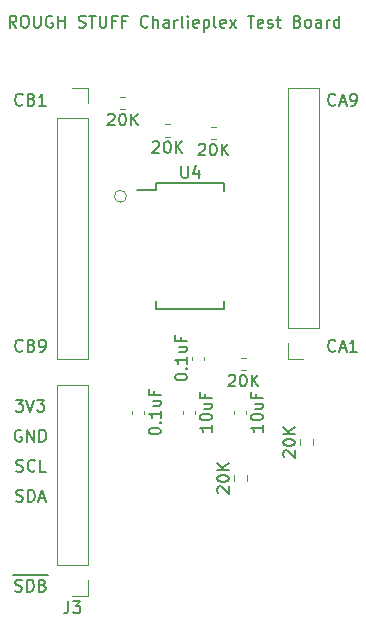
<source format=gbr>
G04 #@! TF.GenerationSoftware,KiCad,Pcbnew,(5.1.12-1-10_14)*
G04 #@! TF.CreationDate,2021-12-17T21:30:25-05:00*
G04 #@! TF.ProjectId,charlieplexboard,63686172-6c69-4657-906c-6578626f6172,rev?*
G04 #@! TF.SameCoordinates,Original*
G04 #@! TF.FileFunction,Legend,Top*
G04 #@! TF.FilePolarity,Positive*
%FSLAX46Y46*%
G04 Gerber Fmt 4.6, Leading zero omitted, Abs format (unit mm)*
G04 Created by KiCad (PCBNEW (5.1.12-1-10_14)) date 2021-12-17 21:30:25*
%MOMM*%
%LPD*%
G01*
G04 APERTURE LIST*
%ADD10C,0.120000*%
%ADD11C,0.150000*%
G04 APERTURE END LIST*
D10*
X157788000Y-92876000D02*
G75*
G03*
X157788000Y-92876000I-508000J0D01*
G01*
D11*
X175480761Y-105933142D02*
X175433142Y-105980761D01*
X175290285Y-106028380D01*
X175195047Y-106028380D01*
X175052190Y-105980761D01*
X174956952Y-105885523D01*
X174909333Y-105790285D01*
X174861714Y-105599809D01*
X174861714Y-105456952D01*
X174909333Y-105266476D01*
X174956952Y-105171238D01*
X175052190Y-105076000D01*
X175195047Y-105028380D01*
X175290285Y-105028380D01*
X175433142Y-105076000D01*
X175480761Y-105123619D01*
X175861714Y-105742666D02*
X176337904Y-105742666D01*
X175766476Y-106028380D02*
X176099809Y-105028380D01*
X176433142Y-106028380D01*
X177290285Y-106028380D02*
X176718857Y-106028380D01*
X177004571Y-106028380D02*
X177004571Y-105028380D01*
X176909333Y-105171238D01*
X176814095Y-105266476D01*
X176718857Y-105314095D01*
X175480761Y-85105142D02*
X175433142Y-85152761D01*
X175290285Y-85200380D01*
X175195047Y-85200380D01*
X175052190Y-85152761D01*
X174956952Y-85057523D01*
X174909333Y-84962285D01*
X174861714Y-84771809D01*
X174861714Y-84628952D01*
X174909333Y-84438476D01*
X174956952Y-84343238D01*
X175052190Y-84248000D01*
X175195047Y-84200380D01*
X175290285Y-84200380D01*
X175433142Y-84248000D01*
X175480761Y-84295619D01*
X175861714Y-84914666D02*
X176337904Y-84914666D01*
X175766476Y-85200380D02*
X176099809Y-84200380D01*
X176433142Y-85200380D01*
X176814095Y-85200380D02*
X177004571Y-85200380D01*
X177099809Y-85152761D01*
X177147428Y-85105142D01*
X177242666Y-84962285D01*
X177290285Y-84771809D01*
X177290285Y-84390857D01*
X177242666Y-84295619D01*
X177195047Y-84248000D01*
X177099809Y-84200380D01*
X176909333Y-84200380D01*
X176814095Y-84248000D01*
X176766476Y-84295619D01*
X176718857Y-84390857D01*
X176718857Y-84628952D01*
X176766476Y-84724190D01*
X176814095Y-84771809D01*
X176909333Y-84819428D01*
X177099809Y-84819428D01*
X177195047Y-84771809D01*
X177242666Y-84724190D01*
X177290285Y-84628952D01*
X148993333Y-105933142D02*
X148945714Y-105980761D01*
X148802857Y-106028380D01*
X148707619Y-106028380D01*
X148564761Y-105980761D01*
X148469523Y-105885523D01*
X148421904Y-105790285D01*
X148374285Y-105599809D01*
X148374285Y-105456952D01*
X148421904Y-105266476D01*
X148469523Y-105171238D01*
X148564761Y-105076000D01*
X148707619Y-105028380D01*
X148802857Y-105028380D01*
X148945714Y-105076000D01*
X148993333Y-105123619D01*
X149755238Y-105504571D02*
X149898095Y-105552190D01*
X149945714Y-105599809D01*
X149993333Y-105695047D01*
X149993333Y-105837904D01*
X149945714Y-105933142D01*
X149898095Y-105980761D01*
X149802857Y-106028380D01*
X149421904Y-106028380D01*
X149421904Y-105028380D01*
X149755238Y-105028380D01*
X149850476Y-105076000D01*
X149898095Y-105123619D01*
X149945714Y-105218857D01*
X149945714Y-105314095D01*
X149898095Y-105409333D01*
X149850476Y-105456952D01*
X149755238Y-105504571D01*
X149421904Y-105504571D01*
X150469523Y-106028380D02*
X150660000Y-106028380D01*
X150755238Y-105980761D01*
X150802857Y-105933142D01*
X150898095Y-105790285D01*
X150945714Y-105599809D01*
X150945714Y-105218857D01*
X150898095Y-105123619D01*
X150850476Y-105076000D01*
X150755238Y-105028380D01*
X150564761Y-105028380D01*
X150469523Y-105076000D01*
X150421904Y-105123619D01*
X150374285Y-105218857D01*
X150374285Y-105456952D01*
X150421904Y-105552190D01*
X150469523Y-105599809D01*
X150564761Y-105647428D01*
X150755238Y-105647428D01*
X150850476Y-105599809D01*
X150898095Y-105552190D01*
X150945714Y-105456952D01*
X148993333Y-85105142D02*
X148945714Y-85152761D01*
X148802857Y-85200380D01*
X148707619Y-85200380D01*
X148564761Y-85152761D01*
X148469523Y-85057523D01*
X148421904Y-84962285D01*
X148374285Y-84771809D01*
X148374285Y-84628952D01*
X148421904Y-84438476D01*
X148469523Y-84343238D01*
X148564761Y-84248000D01*
X148707619Y-84200380D01*
X148802857Y-84200380D01*
X148945714Y-84248000D01*
X148993333Y-84295619D01*
X149755238Y-84676571D02*
X149898095Y-84724190D01*
X149945714Y-84771809D01*
X149993333Y-84867047D01*
X149993333Y-85009904D01*
X149945714Y-85105142D01*
X149898095Y-85152761D01*
X149802857Y-85200380D01*
X149421904Y-85200380D01*
X149421904Y-84200380D01*
X149755238Y-84200380D01*
X149850476Y-84248000D01*
X149898095Y-84295619D01*
X149945714Y-84390857D01*
X149945714Y-84486095D01*
X149898095Y-84581333D01*
X149850476Y-84628952D01*
X149755238Y-84676571D01*
X149421904Y-84676571D01*
X150945714Y-85200380D02*
X150374285Y-85200380D01*
X150660000Y-85200380D02*
X150660000Y-84200380D01*
X150564761Y-84343238D01*
X150469523Y-84438476D01*
X150374285Y-84486095D01*
X148183809Y-124981000D02*
X149136190Y-124981000D01*
X148374285Y-126300761D02*
X148517142Y-126348380D01*
X148755238Y-126348380D01*
X148850476Y-126300761D01*
X148898095Y-126253142D01*
X148945714Y-126157904D01*
X148945714Y-126062666D01*
X148898095Y-125967428D01*
X148850476Y-125919809D01*
X148755238Y-125872190D01*
X148564761Y-125824571D01*
X148469523Y-125776952D01*
X148421904Y-125729333D01*
X148374285Y-125634095D01*
X148374285Y-125538857D01*
X148421904Y-125443619D01*
X148469523Y-125396000D01*
X148564761Y-125348380D01*
X148802857Y-125348380D01*
X148945714Y-125396000D01*
X149136190Y-124981000D02*
X150136190Y-124981000D01*
X149374285Y-126348380D02*
X149374285Y-125348380D01*
X149612380Y-125348380D01*
X149755238Y-125396000D01*
X149850476Y-125491238D01*
X149898095Y-125586476D01*
X149945714Y-125776952D01*
X149945714Y-125919809D01*
X149898095Y-126110285D01*
X149850476Y-126205523D01*
X149755238Y-126300761D01*
X149612380Y-126348380D01*
X149374285Y-126348380D01*
X150136190Y-124981000D02*
X151136190Y-124981000D01*
X150707619Y-125824571D02*
X150850476Y-125872190D01*
X150898095Y-125919809D01*
X150945714Y-126015047D01*
X150945714Y-126157904D01*
X150898095Y-126253142D01*
X150850476Y-126300761D01*
X150755238Y-126348380D01*
X150374285Y-126348380D01*
X150374285Y-125348380D01*
X150707619Y-125348380D01*
X150802857Y-125396000D01*
X150850476Y-125443619D01*
X150898095Y-125538857D01*
X150898095Y-125634095D01*
X150850476Y-125729333D01*
X150802857Y-125776952D01*
X150707619Y-125824571D01*
X150374285Y-125824571D01*
X148445714Y-118680761D02*
X148588571Y-118728380D01*
X148826666Y-118728380D01*
X148921904Y-118680761D01*
X148969523Y-118633142D01*
X149017142Y-118537904D01*
X149017142Y-118442666D01*
X148969523Y-118347428D01*
X148921904Y-118299809D01*
X148826666Y-118252190D01*
X148636190Y-118204571D01*
X148540952Y-118156952D01*
X148493333Y-118109333D01*
X148445714Y-118014095D01*
X148445714Y-117918857D01*
X148493333Y-117823619D01*
X148540952Y-117776000D01*
X148636190Y-117728380D01*
X148874285Y-117728380D01*
X149017142Y-117776000D01*
X149445714Y-118728380D02*
X149445714Y-117728380D01*
X149683809Y-117728380D01*
X149826666Y-117776000D01*
X149921904Y-117871238D01*
X149969523Y-117966476D01*
X150017142Y-118156952D01*
X150017142Y-118299809D01*
X149969523Y-118490285D01*
X149921904Y-118585523D01*
X149826666Y-118680761D01*
X149683809Y-118728380D01*
X149445714Y-118728380D01*
X150398095Y-118442666D02*
X150874285Y-118442666D01*
X150302857Y-118728380D02*
X150636190Y-117728380D01*
X150969523Y-118728380D01*
X148469523Y-116140761D02*
X148612380Y-116188380D01*
X148850476Y-116188380D01*
X148945714Y-116140761D01*
X148993333Y-116093142D01*
X149040952Y-115997904D01*
X149040952Y-115902666D01*
X148993333Y-115807428D01*
X148945714Y-115759809D01*
X148850476Y-115712190D01*
X148660000Y-115664571D01*
X148564761Y-115616952D01*
X148517142Y-115569333D01*
X148469523Y-115474095D01*
X148469523Y-115378857D01*
X148517142Y-115283619D01*
X148564761Y-115236000D01*
X148660000Y-115188380D01*
X148898095Y-115188380D01*
X149040952Y-115236000D01*
X150040952Y-116093142D02*
X149993333Y-116140761D01*
X149850476Y-116188380D01*
X149755238Y-116188380D01*
X149612380Y-116140761D01*
X149517142Y-116045523D01*
X149469523Y-115950285D01*
X149421904Y-115759809D01*
X149421904Y-115616952D01*
X149469523Y-115426476D01*
X149517142Y-115331238D01*
X149612380Y-115236000D01*
X149755238Y-115188380D01*
X149850476Y-115188380D01*
X149993333Y-115236000D01*
X150040952Y-115283619D01*
X150945714Y-116188380D02*
X150469523Y-116188380D01*
X150469523Y-115188380D01*
X148898095Y-112696000D02*
X148802857Y-112648380D01*
X148660000Y-112648380D01*
X148517142Y-112696000D01*
X148421904Y-112791238D01*
X148374285Y-112886476D01*
X148326666Y-113076952D01*
X148326666Y-113219809D01*
X148374285Y-113410285D01*
X148421904Y-113505523D01*
X148517142Y-113600761D01*
X148660000Y-113648380D01*
X148755238Y-113648380D01*
X148898095Y-113600761D01*
X148945714Y-113553142D01*
X148945714Y-113219809D01*
X148755238Y-113219809D01*
X149374285Y-113648380D02*
X149374285Y-112648380D01*
X149945714Y-113648380D01*
X149945714Y-112648380D01*
X150421904Y-113648380D02*
X150421904Y-112648380D01*
X150660000Y-112648380D01*
X150802857Y-112696000D01*
X150898095Y-112791238D01*
X150945714Y-112886476D01*
X150993333Y-113076952D01*
X150993333Y-113219809D01*
X150945714Y-113410285D01*
X150898095Y-113505523D01*
X150802857Y-113600761D01*
X150660000Y-113648380D01*
X150421904Y-113648380D01*
X148421904Y-110108380D02*
X149040952Y-110108380D01*
X148707619Y-110489333D01*
X148850476Y-110489333D01*
X148945714Y-110536952D01*
X148993333Y-110584571D01*
X149040952Y-110679809D01*
X149040952Y-110917904D01*
X148993333Y-111013142D01*
X148945714Y-111060761D01*
X148850476Y-111108380D01*
X148564761Y-111108380D01*
X148469523Y-111060761D01*
X148421904Y-111013142D01*
X149326666Y-110108380D02*
X149660000Y-111108380D01*
X149993333Y-110108380D01*
X150231428Y-110108380D02*
X150850476Y-110108380D01*
X150517142Y-110489333D01*
X150660000Y-110489333D01*
X150755238Y-110536952D01*
X150802857Y-110584571D01*
X150850476Y-110679809D01*
X150850476Y-110917904D01*
X150802857Y-111013142D01*
X150755238Y-111060761D01*
X150660000Y-111108380D01*
X150374285Y-111108380D01*
X150279047Y-111060761D01*
X150231428Y-111013142D01*
X148471047Y-78596380D02*
X148137714Y-78120190D01*
X147899619Y-78596380D02*
X147899619Y-77596380D01*
X148280571Y-77596380D01*
X148375809Y-77644000D01*
X148423428Y-77691619D01*
X148471047Y-77786857D01*
X148471047Y-77929714D01*
X148423428Y-78024952D01*
X148375809Y-78072571D01*
X148280571Y-78120190D01*
X147899619Y-78120190D01*
X149090095Y-77596380D02*
X149280571Y-77596380D01*
X149375809Y-77644000D01*
X149471047Y-77739238D01*
X149518666Y-77929714D01*
X149518666Y-78263047D01*
X149471047Y-78453523D01*
X149375809Y-78548761D01*
X149280571Y-78596380D01*
X149090095Y-78596380D01*
X148994857Y-78548761D01*
X148899619Y-78453523D01*
X148852000Y-78263047D01*
X148852000Y-77929714D01*
X148899619Y-77739238D01*
X148994857Y-77644000D01*
X149090095Y-77596380D01*
X149947238Y-77596380D02*
X149947238Y-78405904D01*
X149994857Y-78501142D01*
X150042476Y-78548761D01*
X150137714Y-78596380D01*
X150328190Y-78596380D01*
X150423428Y-78548761D01*
X150471047Y-78501142D01*
X150518666Y-78405904D01*
X150518666Y-77596380D01*
X151518666Y-77644000D02*
X151423428Y-77596380D01*
X151280571Y-77596380D01*
X151137714Y-77644000D01*
X151042476Y-77739238D01*
X150994857Y-77834476D01*
X150947238Y-78024952D01*
X150947238Y-78167809D01*
X150994857Y-78358285D01*
X151042476Y-78453523D01*
X151137714Y-78548761D01*
X151280571Y-78596380D01*
X151375809Y-78596380D01*
X151518666Y-78548761D01*
X151566285Y-78501142D01*
X151566285Y-78167809D01*
X151375809Y-78167809D01*
X151994857Y-78596380D02*
X151994857Y-77596380D01*
X151994857Y-78072571D02*
X152566285Y-78072571D01*
X152566285Y-78596380D02*
X152566285Y-77596380D01*
X153756761Y-78548761D02*
X153899619Y-78596380D01*
X154137714Y-78596380D01*
X154232952Y-78548761D01*
X154280571Y-78501142D01*
X154328190Y-78405904D01*
X154328190Y-78310666D01*
X154280571Y-78215428D01*
X154232952Y-78167809D01*
X154137714Y-78120190D01*
X153947238Y-78072571D01*
X153852000Y-78024952D01*
X153804380Y-77977333D01*
X153756761Y-77882095D01*
X153756761Y-77786857D01*
X153804380Y-77691619D01*
X153852000Y-77644000D01*
X153947238Y-77596380D01*
X154185333Y-77596380D01*
X154328190Y-77644000D01*
X154613904Y-77596380D02*
X155185333Y-77596380D01*
X154899619Y-78596380D02*
X154899619Y-77596380D01*
X155518666Y-77596380D02*
X155518666Y-78405904D01*
X155566285Y-78501142D01*
X155613904Y-78548761D01*
X155709142Y-78596380D01*
X155899619Y-78596380D01*
X155994857Y-78548761D01*
X156042476Y-78501142D01*
X156090095Y-78405904D01*
X156090095Y-77596380D01*
X156899619Y-78072571D02*
X156566285Y-78072571D01*
X156566285Y-78596380D02*
X156566285Y-77596380D01*
X157042476Y-77596380D01*
X157756761Y-78072571D02*
X157423428Y-78072571D01*
X157423428Y-78596380D02*
X157423428Y-77596380D01*
X157899619Y-77596380D01*
X159613904Y-78501142D02*
X159566285Y-78548761D01*
X159423428Y-78596380D01*
X159328190Y-78596380D01*
X159185333Y-78548761D01*
X159090095Y-78453523D01*
X159042476Y-78358285D01*
X158994857Y-78167809D01*
X158994857Y-78024952D01*
X159042476Y-77834476D01*
X159090095Y-77739238D01*
X159185333Y-77644000D01*
X159328190Y-77596380D01*
X159423428Y-77596380D01*
X159566285Y-77644000D01*
X159613904Y-77691619D01*
X160042476Y-78596380D02*
X160042476Y-77596380D01*
X160471047Y-78596380D02*
X160471047Y-78072571D01*
X160423428Y-77977333D01*
X160328190Y-77929714D01*
X160185333Y-77929714D01*
X160090095Y-77977333D01*
X160042476Y-78024952D01*
X161375809Y-78596380D02*
X161375809Y-78072571D01*
X161328190Y-77977333D01*
X161232952Y-77929714D01*
X161042476Y-77929714D01*
X160947238Y-77977333D01*
X161375809Y-78548761D02*
X161280571Y-78596380D01*
X161042476Y-78596380D01*
X160947238Y-78548761D01*
X160899619Y-78453523D01*
X160899619Y-78358285D01*
X160947238Y-78263047D01*
X161042476Y-78215428D01*
X161280571Y-78215428D01*
X161375809Y-78167809D01*
X161852000Y-78596380D02*
X161852000Y-77929714D01*
X161852000Y-78120190D02*
X161899619Y-78024952D01*
X161947238Y-77977333D01*
X162042476Y-77929714D01*
X162137714Y-77929714D01*
X162613904Y-78596380D02*
X162518666Y-78548761D01*
X162471047Y-78453523D01*
X162471047Y-77596380D01*
X162994857Y-78596380D02*
X162994857Y-77929714D01*
X162994857Y-77596380D02*
X162947238Y-77644000D01*
X162994857Y-77691619D01*
X163042476Y-77644000D01*
X162994857Y-77596380D01*
X162994857Y-77691619D01*
X163852000Y-78548761D02*
X163756761Y-78596380D01*
X163566285Y-78596380D01*
X163471047Y-78548761D01*
X163423428Y-78453523D01*
X163423428Y-78072571D01*
X163471047Y-77977333D01*
X163566285Y-77929714D01*
X163756761Y-77929714D01*
X163852000Y-77977333D01*
X163899619Y-78072571D01*
X163899619Y-78167809D01*
X163423428Y-78263047D01*
X164328190Y-77929714D02*
X164328190Y-78929714D01*
X164328190Y-77977333D02*
X164423428Y-77929714D01*
X164613904Y-77929714D01*
X164709142Y-77977333D01*
X164756761Y-78024952D01*
X164804380Y-78120190D01*
X164804380Y-78405904D01*
X164756761Y-78501142D01*
X164709142Y-78548761D01*
X164613904Y-78596380D01*
X164423428Y-78596380D01*
X164328190Y-78548761D01*
X165375809Y-78596380D02*
X165280571Y-78548761D01*
X165232952Y-78453523D01*
X165232952Y-77596380D01*
X166137714Y-78548761D02*
X166042476Y-78596380D01*
X165852000Y-78596380D01*
X165756761Y-78548761D01*
X165709142Y-78453523D01*
X165709142Y-78072571D01*
X165756761Y-77977333D01*
X165852000Y-77929714D01*
X166042476Y-77929714D01*
X166137714Y-77977333D01*
X166185333Y-78072571D01*
X166185333Y-78167809D01*
X165709142Y-78263047D01*
X166518666Y-78596380D02*
X167042476Y-77929714D01*
X166518666Y-77929714D02*
X167042476Y-78596380D01*
X168042476Y-77596380D02*
X168613904Y-77596380D01*
X168328190Y-78596380D02*
X168328190Y-77596380D01*
X169328190Y-78548761D02*
X169232952Y-78596380D01*
X169042476Y-78596380D01*
X168947238Y-78548761D01*
X168899619Y-78453523D01*
X168899619Y-78072571D01*
X168947238Y-77977333D01*
X169042476Y-77929714D01*
X169232952Y-77929714D01*
X169328190Y-77977333D01*
X169375809Y-78072571D01*
X169375809Y-78167809D01*
X168899619Y-78263047D01*
X169756761Y-78548761D02*
X169852000Y-78596380D01*
X170042476Y-78596380D01*
X170137714Y-78548761D01*
X170185333Y-78453523D01*
X170185333Y-78405904D01*
X170137714Y-78310666D01*
X170042476Y-78263047D01*
X169899619Y-78263047D01*
X169804380Y-78215428D01*
X169756761Y-78120190D01*
X169756761Y-78072571D01*
X169804380Y-77977333D01*
X169899619Y-77929714D01*
X170042476Y-77929714D01*
X170137714Y-77977333D01*
X170471047Y-77929714D02*
X170852000Y-77929714D01*
X170613904Y-77596380D02*
X170613904Y-78453523D01*
X170661523Y-78548761D01*
X170756761Y-78596380D01*
X170852000Y-78596380D01*
X172280571Y-78072571D02*
X172423428Y-78120190D01*
X172471047Y-78167809D01*
X172518666Y-78263047D01*
X172518666Y-78405904D01*
X172471047Y-78501142D01*
X172423428Y-78548761D01*
X172328190Y-78596380D01*
X171947238Y-78596380D01*
X171947238Y-77596380D01*
X172280571Y-77596380D01*
X172375809Y-77644000D01*
X172423428Y-77691619D01*
X172471047Y-77786857D01*
X172471047Y-77882095D01*
X172423428Y-77977333D01*
X172375809Y-78024952D01*
X172280571Y-78072571D01*
X171947238Y-78072571D01*
X173090095Y-78596380D02*
X172994857Y-78548761D01*
X172947238Y-78501142D01*
X172899619Y-78405904D01*
X172899619Y-78120190D01*
X172947238Y-78024952D01*
X172994857Y-77977333D01*
X173090095Y-77929714D01*
X173232952Y-77929714D01*
X173328190Y-77977333D01*
X173375809Y-78024952D01*
X173423428Y-78120190D01*
X173423428Y-78405904D01*
X173375809Y-78501142D01*
X173328190Y-78548761D01*
X173232952Y-78596380D01*
X173090095Y-78596380D01*
X174280571Y-78596380D02*
X174280571Y-78072571D01*
X174232952Y-77977333D01*
X174137714Y-77929714D01*
X173947238Y-77929714D01*
X173852000Y-77977333D01*
X174280571Y-78548761D02*
X174185333Y-78596380D01*
X173947238Y-78596380D01*
X173852000Y-78548761D01*
X173804380Y-78453523D01*
X173804380Y-78358285D01*
X173852000Y-78263047D01*
X173947238Y-78215428D01*
X174185333Y-78215428D01*
X174280571Y-78167809D01*
X174756761Y-78596380D02*
X174756761Y-77929714D01*
X174756761Y-78120190D02*
X174804380Y-78024952D01*
X174852000Y-77977333D01*
X174947238Y-77929714D01*
X175042476Y-77929714D01*
X175804380Y-78596380D02*
X175804380Y-77596380D01*
X175804380Y-78548761D02*
X175709142Y-78596380D01*
X175518666Y-78596380D01*
X175423428Y-78548761D01*
X175375809Y-78501142D01*
X175328190Y-78405904D01*
X175328190Y-78120190D01*
X175375809Y-78024952D01*
X175423428Y-77977333D01*
X175518666Y-77929714D01*
X175709142Y-77929714D01*
X175804380Y-77977333D01*
D10*
G04 #@! TO.C,J2*
X151886000Y-86272000D02*
X154546000Y-86272000D01*
X151886000Y-86272000D02*
X151886000Y-106652000D01*
X151886000Y-106652000D02*
X154546000Y-106652000D01*
X154546000Y-86272000D02*
X154546000Y-106652000D01*
X154546000Y-83672000D02*
X154546000Y-85002000D01*
X153216000Y-83672000D02*
X154546000Y-83672000D01*
G04 #@! TO.C,J1*
X174104000Y-104052000D02*
X171444000Y-104052000D01*
X174104000Y-104052000D02*
X174104000Y-83672000D01*
X174104000Y-83672000D02*
X171444000Y-83672000D01*
X171444000Y-104052000D02*
X171444000Y-83672000D01*
X171444000Y-106652000D02*
X171444000Y-105322000D01*
X172774000Y-106652000D02*
X171444000Y-106652000D01*
D11*
G04 #@! TO.C,U4*
X160325000Y-91775000D02*
X160325000Y-92350000D01*
X166075000Y-91775000D02*
X166075000Y-92425000D01*
X166075000Y-102425000D02*
X166075000Y-101775000D01*
X160325000Y-102425000D02*
X160325000Y-101775000D01*
X160325000Y-91775000D02*
X166075000Y-91775000D01*
X160325000Y-102425000D02*
X166075000Y-102425000D01*
X160325000Y-92350000D02*
X158725000Y-92350000D01*
D10*
G04 #@! TO.C,R10*
X167456742Y-106577500D02*
X167931258Y-106577500D01*
X167456742Y-107622500D02*
X167931258Y-107622500D01*
G04 #@! TO.C,R9*
X167962500Y-116514742D02*
X167962500Y-116989258D01*
X166917500Y-116514742D02*
X166917500Y-116989258D01*
G04 #@! TO.C,R8*
X173550500Y-113466742D02*
X173550500Y-113941258D01*
X172505500Y-113466742D02*
X172505500Y-113941258D01*
G04 #@! TO.C,R7*
X164916742Y-87019500D02*
X165391258Y-87019500D01*
X164916742Y-88064500D02*
X165391258Y-88064500D01*
G04 #@! TO.C,R6*
X161032742Y-86787500D02*
X161507258Y-86787500D01*
X161032742Y-87832500D02*
X161507258Y-87832500D01*
G04 #@! TO.C,R5*
X157233742Y-84479500D02*
X157708258Y-84479500D01*
X157233742Y-85524500D02*
X157708258Y-85524500D01*
G04 #@! TO.C,J3*
X154546000Y-108818000D02*
X151886000Y-108818000D01*
X154546000Y-124118000D02*
X154546000Y-108818000D01*
X151886000Y-124118000D02*
X151886000Y-108818000D01*
X154546000Y-124118000D02*
X151886000Y-124118000D01*
X154546000Y-125388000D02*
X154546000Y-126718000D01*
X154546000Y-126718000D02*
X153216000Y-126718000D01*
G04 #@! TO.C,C11*
X166930000Y-111304580D02*
X166930000Y-111023420D01*
X167950000Y-111304580D02*
X167950000Y-111023420D01*
G04 #@! TO.C,C10*
X162612000Y-111304580D02*
X162612000Y-111023420D01*
X163632000Y-111304580D02*
X163632000Y-111023420D01*
G04 #@! TO.C,C9*
X158294000Y-111304580D02*
X158294000Y-111023420D01*
X159314000Y-111304580D02*
X159314000Y-111023420D01*
G04 #@! TO.C,C8*
X164394000Y-106451420D02*
X164394000Y-106732580D01*
X163374000Y-106451420D02*
X163374000Y-106732580D01*
G04 #@! TO.C,U4*
D11*
X162438095Y-90302380D02*
X162438095Y-91111904D01*
X162485714Y-91207142D01*
X162533333Y-91254761D01*
X162628571Y-91302380D01*
X162819047Y-91302380D01*
X162914285Y-91254761D01*
X162961904Y-91207142D01*
X163009523Y-91111904D01*
X163009523Y-90302380D01*
X163914285Y-90635714D02*
X163914285Y-91302380D01*
X163676190Y-90254761D02*
X163438095Y-90969047D01*
X164057142Y-90969047D01*
G04 #@! TO.C,R10*
X166432095Y-108077619D02*
X166479714Y-108030000D01*
X166574952Y-107982380D01*
X166813047Y-107982380D01*
X166908285Y-108030000D01*
X166955904Y-108077619D01*
X167003523Y-108172857D01*
X167003523Y-108268095D01*
X166955904Y-108410952D01*
X166384476Y-108982380D01*
X167003523Y-108982380D01*
X167622571Y-107982380D02*
X167717809Y-107982380D01*
X167813047Y-108030000D01*
X167860666Y-108077619D01*
X167908285Y-108172857D01*
X167955904Y-108363333D01*
X167955904Y-108601428D01*
X167908285Y-108791904D01*
X167860666Y-108887142D01*
X167813047Y-108934761D01*
X167717809Y-108982380D01*
X167622571Y-108982380D01*
X167527333Y-108934761D01*
X167479714Y-108887142D01*
X167432095Y-108791904D01*
X167384476Y-108601428D01*
X167384476Y-108363333D01*
X167432095Y-108172857D01*
X167479714Y-108077619D01*
X167527333Y-108030000D01*
X167622571Y-107982380D01*
X168384476Y-108982380D02*
X168384476Y-107982380D01*
X168955904Y-108982380D02*
X168527333Y-108410952D01*
X168955904Y-107982380D02*
X168384476Y-108553809D01*
G04 #@! TO.C,R9*
X165557619Y-118013904D02*
X165510000Y-117966285D01*
X165462380Y-117871047D01*
X165462380Y-117632952D01*
X165510000Y-117537714D01*
X165557619Y-117490095D01*
X165652857Y-117442476D01*
X165748095Y-117442476D01*
X165890952Y-117490095D01*
X166462380Y-118061523D01*
X166462380Y-117442476D01*
X165462380Y-116823428D02*
X165462380Y-116728190D01*
X165510000Y-116632952D01*
X165557619Y-116585333D01*
X165652857Y-116537714D01*
X165843333Y-116490095D01*
X166081428Y-116490095D01*
X166271904Y-116537714D01*
X166367142Y-116585333D01*
X166414761Y-116632952D01*
X166462380Y-116728190D01*
X166462380Y-116823428D01*
X166414761Y-116918666D01*
X166367142Y-116966285D01*
X166271904Y-117013904D01*
X166081428Y-117061523D01*
X165843333Y-117061523D01*
X165652857Y-117013904D01*
X165557619Y-116966285D01*
X165510000Y-116918666D01*
X165462380Y-116823428D01*
X166462380Y-116061523D02*
X165462380Y-116061523D01*
X166462380Y-115490095D02*
X165890952Y-115918666D01*
X165462380Y-115490095D02*
X166033809Y-116061523D01*
G04 #@! TO.C,R8*
X171145619Y-114965904D02*
X171098000Y-114918285D01*
X171050380Y-114823047D01*
X171050380Y-114584952D01*
X171098000Y-114489714D01*
X171145619Y-114442095D01*
X171240857Y-114394476D01*
X171336095Y-114394476D01*
X171478952Y-114442095D01*
X172050380Y-115013523D01*
X172050380Y-114394476D01*
X171050380Y-113775428D02*
X171050380Y-113680190D01*
X171098000Y-113584952D01*
X171145619Y-113537333D01*
X171240857Y-113489714D01*
X171431333Y-113442095D01*
X171669428Y-113442095D01*
X171859904Y-113489714D01*
X171955142Y-113537333D01*
X172002761Y-113584952D01*
X172050380Y-113680190D01*
X172050380Y-113775428D01*
X172002761Y-113870666D01*
X171955142Y-113918285D01*
X171859904Y-113965904D01*
X171669428Y-114013523D01*
X171431333Y-114013523D01*
X171240857Y-113965904D01*
X171145619Y-113918285D01*
X171098000Y-113870666D01*
X171050380Y-113775428D01*
X172050380Y-113013523D02*
X171050380Y-113013523D01*
X172050380Y-112442095D02*
X171478952Y-112870666D01*
X171050380Y-112442095D02*
X171621809Y-113013523D01*
G04 #@! TO.C,R7*
X163892095Y-88519619D02*
X163939714Y-88472000D01*
X164034952Y-88424380D01*
X164273047Y-88424380D01*
X164368285Y-88472000D01*
X164415904Y-88519619D01*
X164463523Y-88614857D01*
X164463523Y-88710095D01*
X164415904Y-88852952D01*
X163844476Y-89424380D01*
X164463523Y-89424380D01*
X165082571Y-88424380D02*
X165177809Y-88424380D01*
X165273047Y-88472000D01*
X165320666Y-88519619D01*
X165368285Y-88614857D01*
X165415904Y-88805333D01*
X165415904Y-89043428D01*
X165368285Y-89233904D01*
X165320666Y-89329142D01*
X165273047Y-89376761D01*
X165177809Y-89424380D01*
X165082571Y-89424380D01*
X164987333Y-89376761D01*
X164939714Y-89329142D01*
X164892095Y-89233904D01*
X164844476Y-89043428D01*
X164844476Y-88805333D01*
X164892095Y-88614857D01*
X164939714Y-88519619D01*
X164987333Y-88472000D01*
X165082571Y-88424380D01*
X165844476Y-89424380D02*
X165844476Y-88424380D01*
X166415904Y-89424380D02*
X165987333Y-88852952D01*
X166415904Y-88424380D02*
X165844476Y-88995809D01*
G04 #@! TO.C,R6*
X160008095Y-88287619D02*
X160055714Y-88240000D01*
X160150952Y-88192380D01*
X160389047Y-88192380D01*
X160484285Y-88240000D01*
X160531904Y-88287619D01*
X160579523Y-88382857D01*
X160579523Y-88478095D01*
X160531904Y-88620952D01*
X159960476Y-89192380D01*
X160579523Y-89192380D01*
X161198571Y-88192380D02*
X161293809Y-88192380D01*
X161389047Y-88240000D01*
X161436666Y-88287619D01*
X161484285Y-88382857D01*
X161531904Y-88573333D01*
X161531904Y-88811428D01*
X161484285Y-89001904D01*
X161436666Y-89097142D01*
X161389047Y-89144761D01*
X161293809Y-89192380D01*
X161198571Y-89192380D01*
X161103333Y-89144761D01*
X161055714Y-89097142D01*
X161008095Y-89001904D01*
X160960476Y-88811428D01*
X160960476Y-88573333D01*
X161008095Y-88382857D01*
X161055714Y-88287619D01*
X161103333Y-88240000D01*
X161198571Y-88192380D01*
X161960476Y-89192380D02*
X161960476Y-88192380D01*
X162531904Y-89192380D02*
X162103333Y-88620952D01*
X162531904Y-88192380D02*
X161960476Y-88763809D01*
G04 #@! TO.C,R5*
X156209095Y-85979619D02*
X156256714Y-85932000D01*
X156351952Y-85884380D01*
X156590047Y-85884380D01*
X156685285Y-85932000D01*
X156732904Y-85979619D01*
X156780523Y-86074857D01*
X156780523Y-86170095D01*
X156732904Y-86312952D01*
X156161476Y-86884380D01*
X156780523Y-86884380D01*
X157399571Y-85884380D02*
X157494809Y-85884380D01*
X157590047Y-85932000D01*
X157637666Y-85979619D01*
X157685285Y-86074857D01*
X157732904Y-86265333D01*
X157732904Y-86503428D01*
X157685285Y-86693904D01*
X157637666Y-86789142D01*
X157590047Y-86836761D01*
X157494809Y-86884380D01*
X157399571Y-86884380D01*
X157304333Y-86836761D01*
X157256714Y-86789142D01*
X157209095Y-86693904D01*
X157161476Y-86503428D01*
X157161476Y-86265333D01*
X157209095Y-86074857D01*
X157256714Y-85979619D01*
X157304333Y-85932000D01*
X157399571Y-85884380D01*
X158161476Y-86884380D02*
X158161476Y-85884380D01*
X158732904Y-86884380D02*
X158304333Y-86312952D01*
X158732904Y-85884380D02*
X158161476Y-86455809D01*
G04 #@! TO.C,J3*
X152882666Y-127170380D02*
X152882666Y-127884666D01*
X152835047Y-128027523D01*
X152739809Y-128122761D01*
X152596952Y-128170380D01*
X152501714Y-128170380D01*
X153263619Y-127170380D02*
X153882666Y-127170380D01*
X153549333Y-127551333D01*
X153692190Y-127551333D01*
X153787428Y-127598952D01*
X153835047Y-127646571D01*
X153882666Y-127741809D01*
X153882666Y-127979904D01*
X153835047Y-128075142D01*
X153787428Y-128122761D01*
X153692190Y-128170380D01*
X153406476Y-128170380D01*
X153311238Y-128122761D01*
X153263619Y-128075142D01*
G04 #@! TO.C,C11*
X169322380Y-112235428D02*
X169322380Y-112806857D01*
X169322380Y-112521142D02*
X168322380Y-112521142D01*
X168465238Y-112616380D01*
X168560476Y-112711619D01*
X168608095Y-112806857D01*
X168322380Y-111616380D02*
X168322380Y-111521142D01*
X168370000Y-111425904D01*
X168417619Y-111378285D01*
X168512857Y-111330666D01*
X168703333Y-111283047D01*
X168941428Y-111283047D01*
X169131904Y-111330666D01*
X169227142Y-111378285D01*
X169274761Y-111425904D01*
X169322380Y-111521142D01*
X169322380Y-111616380D01*
X169274761Y-111711619D01*
X169227142Y-111759238D01*
X169131904Y-111806857D01*
X168941428Y-111854476D01*
X168703333Y-111854476D01*
X168512857Y-111806857D01*
X168417619Y-111759238D01*
X168370000Y-111711619D01*
X168322380Y-111616380D01*
X168655714Y-110425904D02*
X169322380Y-110425904D01*
X168655714Y-110854476D02*
X169179523Y-110854476D01*
X169274761Y-110806857D01*
X169322380Y-110711619D01*
X169322380Y-110568761D01*
X169274761Y-110473523D01*
X169227142Y-110425904D01*
X168798571Y-109616380D02*
X168798571Y-109949714D01*
X169322380Y-109949714D02*
X168322380Y-109949714D01*
X168322380Y-109473523D01*
G04 #@! TO.C,C10*
X165004380Y-112235428D02*
X165004380Y-112806857D01*
X165004380Y-112521142D02*
X164004380Y-112521142D01*
X164147238Y-112616380D01*
X164242476Y-112711619D01*
X164290095Y-112806857D01*
X164004380Y-111616380D02*
X164004380Y-111521142D01*
X164052000Y-111425904D01*
X164099619Y-111378285D01*
X164194857Y-111330666D01*
X164385333Y-111283047D01*
X164623428Y-111283047D01*
X164813904Y-111330666D01*
X164909142Y-111378285D01*
X164956761Y-111425904D01*
X165004380Y-111521142D01*
X165004380Y-111616380D01*
X164956761Y-111711619D01*
X164909142Y-111759238D01*
X164813904Y-111806857D01*
X164623428Y-111854476D01*
X164385333Y-111854476D01*
X164194857Y-111806857D01*
X164099619Y-111759238D01*
X164052000Y-111711619D01*
X164004380Y-111616380D01*
X164337714Y-110425904D02*
X165004380Y-110425904D01*
X164337714Y-110854476D02*
X164861523Y-110854476D01*
X164956761Y-110806857D01*
X165004380Y-110711619D01*
X165004380Y-110568761D01*
X164956761Y-110473523D01*
X164909142Y-110425904D01*
X164480571Y-109616380D02*
X164480571Y-109949714D01*
X165004380Y-109949714D02*
X164004380Y-109949714D01*
X164004380Y-109473523D01*
G04 #@! TO.C,C9*
X159686380Y-112806857D02*
X159686380Y-112711619D01*
X159734000Y-112616380D01*
X159781619Y-112568761D01*
X159876857Y-112521142D01*
X160067333Y-112473523D01*
X160305428Y-112473523D01*
X160495904Y-112521142D01*
X160591142Y-112568761D01*
X160638761Y-112616380D01*
X160686380Y-112711619D01*
X160686380Y-112806857D01*
X160638761Y-112902095D01*
X160591142Y-112949714D01*
X160495904Y-112997333D01*
X160305428Y-113044952D01*
X160067333Y-113044952D01*
X159876857Y-112997333D01*
X159781619Y-112949714D01*
X159734000Y-112902095D01*
X159686380Y-112806857D01*
X160591142Y-112044952D02*
X160638761Y-111997333D01*
X160686380Y-112044952D01*
X160638761Y-112092571D01*
X160591142Y-112044952D01*
X160686380Y-112044952D01*
X160686380Y-111044952D02*
X160686380Y-111616380D01*
X160686380Y-111330666D02*
X159686380Y-111330666D01*
X159829238Y-111425904D01*
X159924476Y-111521142D01*
X159972095Y-111616380D01*
X160019714Y-110187809D02*
X160686380Y-110187809D01*
X160019714Y-110616380D02*
X160543523Y-110616380D01*
X160638761Y-110568761D01*
X160686380Y-110473523D01*
X160686380Y-110330666D01*
X160638761Y-110235428D01*
X160591142Y-110187809D01*
X160162571Y-109378285D02*
X160162571Y-109711619D01*
X160686380Y-109711619D02*
X159686380Y-109711619D01*
X159686380Y-109235428D01*
G04 #@! TO.C,C8*
X161906380Y-108234857D02*
X161906380Y-108139619D01*
X161954000Y-108044380D01*
X162001619Y-107996761D01*
X162096857Y-107949142D01*
X162287333Y-107901523D01*
X162525428Y-107901523D01*
X162715904Y-107949142D01*
X162811142Y-107996761D01*
X162858761Y-108044380D01*
X162906380Y-108139619D01*
X162906380Y-108234857D01*
X162858761Y-108330095D01*
X162811142Y-108377714D01*
X162715904Y-108425333D01*
X162525428Y-108472952D01*
X162287333Y-108472952D01*
X162096857Y-108425333D01*
X162001619Y-108377714D01*
X161954000Y-108330095D01*
X161906380Y-108234857D01*
X162811142Y-107472952D02*
X162858761Y-107425333D01*
X162906380Y-107472952D01*
X162858761Y-107520571D01*
X162811142Y-107472952D01*
X162906380Y-107472952D01*
X162906380Y-106472952D02*
X162906380Y-107044380D01*
X162906380Y-106758666D02*
X161906380Y-106758666D01*
X162049238Y-106853904D01*
X162144476Y-106949142D01*
X162192095Y-107044380D01*
X162239714Y-105615809D02*
X162906380Y-105615809D01*
X162239714Y-106044380D02*
X162763523Y-106044380D01*
X162858761Y-105996761D01*
X162906380Y-105901523D01*
X162906380Y-105758666D01*
X162858761Y-105663428D01*
X162811142Y-105615809D01*
X162382571Y-104806285D02*
X162382571Y-105139619D01*
X162906380Y-105139619D02*
X161906380Y-105139619D01*
X161906380Y-104663428D01*
G04 #@! TD*
M02*

</source>
